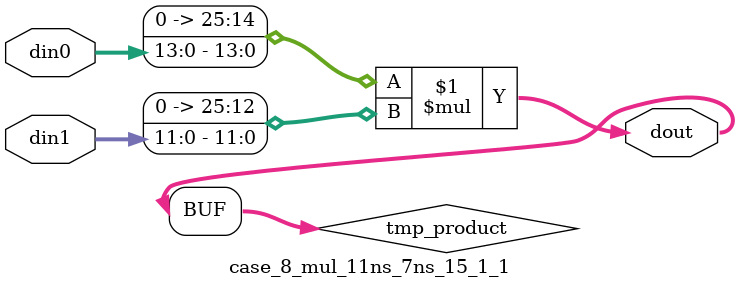
<source format=v>

`timescale 1 ns / 1 ps

 (* use_dsp = "no" *)  module case_8_mul_11ns_7ns_15_1_1(din0, din1, dout);
parameter ID = 1;
parameter NUM_STAGE = 0;
parameter din0_WIDTH = 14;
parameter din1_WIDTH = 12;
parameter dout_WIDTH = 26;

input [din0_WIDTH - 1 : 0] din0; 
input [din1_WIDTH - 1 : 0] din1; 
output [dout_WIDTH - 1 : 0] dout;

wire signed [dout_WIDTH - 1 : 0] tmp_product;
























assign tmp_product = $signed({1'b0, din0}) * $signed({1'b0, din1});











assign dout = tmp_product;





















endmodule

</source>
